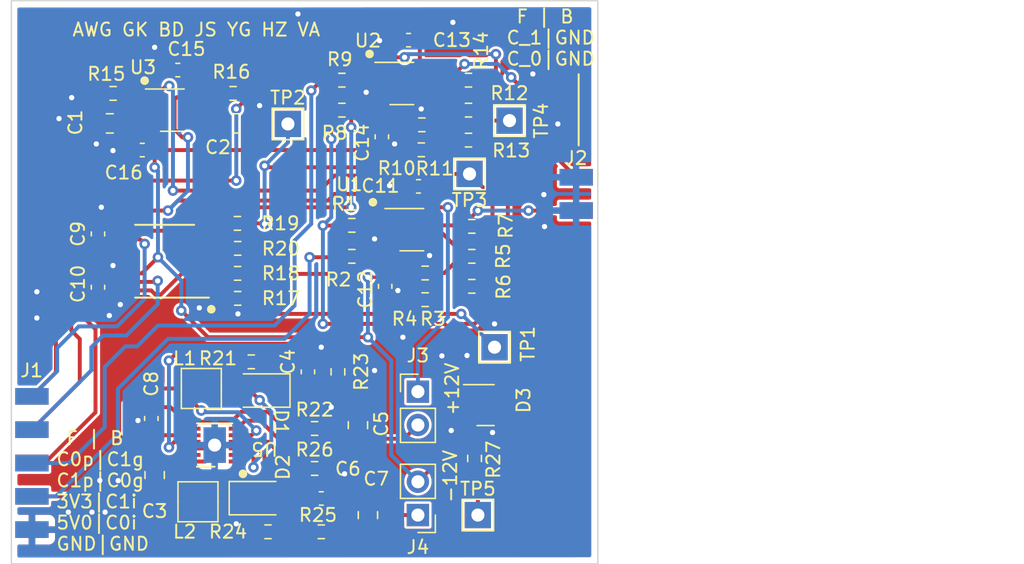
<source format=kicad_pcb>
(kicad_pcb (version 20221018) (generator pcbnew)
  (layers (0 "F.Cu" signal) (31 "B.Cu" signal) (34 "B.Paste" user) (35 "F.Paste" user) (36 "B.SilkS" user "B.Silkscreen") (37 "F.SilkS" user "F.Silkscreen") (38 "B.Mask" user) (39 "F.Mask" user) (44 "Edge.Cuts" user))
  (net 0 "")
  (net 1 "GND")
  (net 2 "-5V")
  (net 3 "-12V")
  (net 4 "Net-(U3A-+)")
  (net 5 "+5V")
  (net 6 "+12V")
  (net 7 "/C0_OUT_G")
  (net 8 "Net-(C4-Pad1)")
  (net 9 "/C1_OUT_G")
  (net 10 "Net-(U3B-+)")
  (net 11 "Net-(U5-Vfb1)")
  (net 12 "Net-(D1-A)")
  (net 13 "Net-(C6-Pad1)")
  (net 14 "/C0_IN")
  (net 15 "/C0_FB")
  (net 16 "Net-(D2-K)")
  (net 17 "/C0_OUT_GO")
  (net 18 "/C0_PWM_OFF")
  (net 19 "/C1_FB")
  (net 20 "/C0_V_OFF")
  (net 21 "/C1_IN")
  (net 22 "/C1_V_OFF")
  (net 23 "/C1_OUT_GO")
  (net 24 "/C1_PWM_OFF")
  (net 25 "Net-(U5-Vfb2)")
  (net 26 "Net-(D1-K)")
  (net 27 "Net-(D2-A)")
  (net 28 "Net-(U5-Vref)")
  (net 29 "Net-(U1B--)")
  (net 30 "Net-(U4-D1)")
  (net 31 "/C1_S_GAIN")
  (net 32 "+3.3V")
  (net 33 "/C0_S_GAIN")
  (net 34 "Net-(U4-D3)")
  (net 35 "Net-(U4-D2)")
  (net 36 "Net-(U4-D4)")
  (net 38 "Net-(U2B--)")
  (footprint "Capacitor_SMD:C_0805_2012Metric_Pad1.18x1.45mm_HandSolder" (layer "F.Cu") (at 43.435553 59.0275 -90)
    (fp_text reference "C7")
    (fp_text value "10u")
  )
  (footprint "Capacitor_SMD:C_0805_2012Metric_Pad1.18x1.45mm_HandSolder" (layer "F.Cu") (at 27.179553 55.9745 -90)
    (fp_text reference "C3")
    (fp_text value "10u")
  )
  (footprint "Resistor_SMD:R_0603_1608Metric" (layer "F.Cu") (at 33.511 42.504)
    (fp_text reference "R17")
    (fp_text value "1K")
  )
  (footprint "Resistor_SMD:R_0603_1608Metric" (layer "F.Cu") (at 47.799 40.572)
    (fp_text reference "R4")
    (fp_text value "10K")
  )
  (footprint "Resistor_SMD:R_0603_1608Metric" (layer "F.Cu") (at 33.4888 36.789)
    (fp_text reference "R19")
    (fp_text value "1K")
  )
  (footprint "Resistor_SMD:R_0603_1608Metric" (layer "F.Cu") (at 34.545553 47.3435)
    (fp_text reference "R21")
    (fp_text value "110k")
  )
  (footprint "Package_TO_SOT_SMD:SOT-23-8_Handsoldering" (layer "F.Cu") (at 28.528 28.158)
    (fp_text reference "U3")
    (fp_text value "LM2904")
  )
  (footprint "Capacitor_SMD:C_0805_2012Metric_Pad1.18x1.45mm_HandSolder" (layer "F.Cu") (at 33.4125 29.168)
    (fp_text reference "C2")
    (fp_text value "10u")
  )
  (footprint "Resistor_SMD:R_0603_1608Metric" (layer "F.Cu") (at 33.501 40.599 180)
    (fp_text reference "R18")
    (fp_text value "10K")
  )
  (footprint "Resistor_SMD:R_0603_1608Metric" (layer "F.Cu") (at 51.563553 54.7045 -90)
    (fp_text reference "R27")
    (fp_text value "1K")
  )
  (footprint "Resistor_SMD:R_0603_1608Metric" (layer "F.Cu") (at 51.355 37.016 180)
    (fp_text reference "R7")
    (fp_text value "10K")
  )
  (footprint "Capacitor_SMD:C_0603_1608Metric_Pad1.08x0.95mm_HandSolder" (layer "F.Cu") (at 26.925553 51.6615 -90)
    (fp_text reference "C8")
    (fp_text value "100n")
  )
  (footprint "Resistor_SMD:R_0603_1608Metric" (layer "F.Cu") (at 41.149553 48.1055 -90)
    (fp_text reference "R23")
    (fp_text value "10K")
  )
  (footprint "Package_TO_SOT_SMD:SOT-23-8_Handsoldering" (layer "F.Cu") (at 46.022 26.126)
    (fp_text reference "U2")
    (fp_text value "LM2904")
  )
  (footprint "awg_fp_lib:DFN-12" (layer "F.Cu") (at 31.861553 58.0285 180)
    (fp_text reference "U5")
    (fp_text value "r1283")
  )
  (footprint "TestPoint:TestPoint_THTPad_2.0x2.0mm_Drill1.0mm" (layer "F.Cu") (at 54.229 28.956 180)
    (fp_text reference "TP4")
    (fp_text value "TestPoint")
  )
  (footprint "TestPoint:TestPoint_THTPad_2.0x2.0mm_Drill1.0mm" (layer "F.Cu") (at 53.086 46.228)
    (fp_text reference "TP1")
    (fp_text value "TestPoint")
  )
  (footprint "Connector_PinHeader_2.54mm:PinHeader_1x02_P2.54mm_Vertical" (layer "F.Cu") (at 47.245553 49.6145)
    (fp_text reference "J3")
    (fp_text value "01x02")
  )
  (footprint "awg_fp_lib:S14" (layer "F.Cu") (at 36.4805 49.53 180)
    (fp_text reference "D1")
    (fp_text value "S14")
  )
  (footprint "awg_fp_lib:S14" (layer "F.Cu") (at 33.8775 57.7342)
    (fp_text reference "D2")
    (fp_text value "S14")
  )
  (footprint "Capacitor_SMD:C_0603_1608Metric_Pad1.08x0.95mm_HandSolder" (layer "F.Cu") (at 47.291 33.968 180)
    (fp_text reference "C11")
    (fp_text value "100n")
  )
  (footprint "Resistor_SMD:R_0603_1608Metric" (layer "F.Cu") (at 33.1585 26.882 180)
    (fp_text reference "R16")
    (fp_text value "1K")
  )
  (footprint "Resistor_SMD:R_0603_1608Metric" (layer "F.Cu") (at 47.546 29.2755)
    (fp_text reference "R10")
    (fp_text value "10K")
  )
  (footprint "Resistor_SMD:R_0603_1608Metric" (layer "F.Cu") (at 51.355 39.302 180)
    (fp_text reference "R5")
    (fp_text value "3K3")
  )
  (footprint "Capacitor_SMD:C_0603_1608Metric_Pad1.08x0.95mm_HandSolder" (layer "F.Cu") (at 22.86 41.656 90)
    (fp_text reference "C10")
    (fp_text value "100n")
  )
  (footprint "Resistor_SMD:R_0603_1608Metric" (layer "F.Cu") (at 39.371553 52.4235)
    (fp_text reference "R22")
    (fp_text value "1K")
  )
  (footprint "awg_fp_lib:NRH2410" (layer "F.Cu") (at 29.973553 49.3755)
    (fp_text reference "L1")
    (fp_text value "4.7u")
  )
  (footprint "Package_TO_SOT_SMD:SOT-23" (layer "F.Cu") (at 52.404053 50.6405)
    (fp_text reference "D3")
    (fp_text value "LM4040-5")
  )
  (footprint "Resistor_SMD:R_0603_1608Metric" (layer "F.Cu") (at 39.879553 60.2975)
    (fp_text reference "R25")
    (fp_text value "1K")
  )
  (footprint "Capacitor_SMD:C_0805_2012Metric_Pad1.18x1.45mm_HandSolder" (layer "F.Cu") (at 42.673553 52.1695 90)
    (fp_text reference "C5")
    (fp_text value "10u")
  )
  (footprint "awg_fp_lib:2x02" (layer "F.Cu") (at 59.309 30.48)
    (fp_text reference "J2")
    (fp_text value "02x02")
  )
  (footprint "TestPoint:TestPoint_THTPad_2.0x2.0mm_Drill1.0mm" (layer "F.Cu") (at 51.181 33.02 180)
    (fp_text reference "TP3")
    (fp_text value "TestPoint")
  )
  (footprint "Capacitor_SMD:C_0603_1608Metric_Pad1.08x0.95mm_HandSolder" (layer "F.Cu") (at 39.879553 57.7575 180)
    (fp_text reference "C6")
    (fp_text value "120p")
  )
  (footprint "Resistor_SMD:R_0603_1608Metric" (layer "F.Cu") (at 51.102 25.872 180)
    (fp_text reference "R14")
    (fp_text value "10K")
  )
  (footprint "Resistor_SMD:R_0603_1608Metric" (layer "F.Cu") (at 39.371553 55.4715)
    (fp_text reference "R26")
    (fp_text value "10K")
  )
  (footprint "Capacitor_SMD:C_0603_1608Metric_Pad1.08x0.95mm_HandSolder" (layer "F.Cu") (at 44.498 30.19 90)
    (fp_text reference "C14")
    (fp_text value "100n")
  )
  (footprint "Capacitor_SMD:C_0603_1608Metric_Pad1.08x0.95mm_HandSolder" (layer "F.Cu") (at 46.53 22.824 180)
    (fp_text reference "C13")
    (fp_text value "100n")
  )
  (footprint "Resistor_SMD:R_0603_1608Metric" (layer "F.Cu") (at 41.45 28.158)
    (fp_text reference "R8")
    (fp_text value "10K")
  )
  (footprint "Resistor_SMD:R_0603_1608Metric" (layer "F.Cu") (at 47.5085 31.1805)
    (fp_text reference "R11")
    (fp_text value "10K")
  )
  (footprint "TestPoint:TestPoint_THTPad_2.0x2.0mm_Drill1.0mm" (layer "F.Cu") (at 51.817553 59.0225)
    (fp_text reference "TP5")
    (fp_text value "TestPoint")
  )
  (footprint "Resistor_SMD:R_0603_1608Metric" (layer "F.Cu") (at 33.511 38.694)
    (fp_text reference "R20")
    (fp_text value "10K")
  )
  (footprint "Package_TO_SOT_SMD:SOT-23-8_Handsoldering" (layer "F.Cu") (at 46.783 37.27)
    (fp_text reference "U1")
    (fp_text value "LM2904")
  )
  (footprint "Connector_PinHeader_2.54mm:PinHeader_1x02_P2.54mm_Vertical" (layer "F.Cu") (at 47.245553 59.0225 180)
    (fp_text reference "J4")
    (fp_text value "01x02")
  )
  (footprint "Capacitor_SMD:C_0603_1608Metric_Pad1.08x0.95mm_HandSolder" (layer "F.Cu") (at 38.863553 48.1055 90)
    (fp_text reference "C4")
    (fp_text value "120p")
  )
  (footprint "Resistor_SMD:R_0603_1608Metric" (layer "F.Cu") (at 51.102 30.444)
    (fp_text reference "R13")
    (fp_text value "10K")
  )
  (footprint "Resistor_SMD:R_0603_1608Metric" (layer "F.Cu") (at 35.815553 60.2975)
    (fp_text reference "R24")
    (fp_text value "100k")
  )
  (footprint "Capacitor_SMD:C_0603_1608Metric_Pad1.08x0.95mm_HandSolder" (layer "F.Cu") (at 22.86 37.592 -90)
    (fp_text reference "C9")
    (fp_text value "100n")
  )
  (footprint "TestPoint:TestPoint_THTPad_2.0x2.0mm_Drill1.0mm" (layer "F.Cu") (at 37.338 29.21)
    (fp_text reference "TP2")
    (fp_text value "TestPoint")
  )
  (footprint "Resistor_SMD:R_0603_1608Metric" (layer "F.Cu") (at 47.799 42.604 180)
    (fp_text reference "R3")
    (fp_text value "10K")
  )
  (footprint "Resistor_SMD:R_0603_1608Metric" (layer "F.Cu") (at 51.355 41.588)
    (fp_text reference "R6")
    (fp_text value "10K")
  )
  (footprint "Resistor_SMD:R_0603_1608Metric" (layer "F.Cu") (at 51.102 28.158 180)
    (fp_text reference "R12")
    (fp_text value "3K3")
  )
  (footprint "Capacitor_SMD:C_0603_1608Metric_Pad1.08x0.95mm_HandSolder" (layer "F.Cu") (at 44.751 41.588 90)
    (fp_text reference "C12")
    (fp_text value "100n")
  )
  (footprint "Resistor_SMD:R_0603_1608Metric" (layer "F.Cu") (at 42.211 36.938)
    (fp_text reference "R1")
    (fp_text value "10K")
  )
  (footprint "Capacitor_SMD:C_0603_1608Metric_Pad1.08x0.95mm_HandSolder" (layer "F.Cu") (at 26.2365 31.2)
    (fp_text reference "C16")
    (fp_text value "100n")
  )
  (footprint "Capacitor_SMD:C_0805_2012Metric_Pad1.18x1.45mm_HandSolder" (layer "F.Cu") (at 23.7605 29.168 180)
    (fp_text reference "C1")
    (fp_text value "10u")
  )
  (footprint "Package_SO:TSSOP-16-1EP_4.4x5mm_P0.65mm" (layer "F.Cu") (at 27.94 39.624 180)
    (fp_text reference "U4" hide)
    (fp_text value "DG403")
  )
  (footprint "Capacitor_SMD:C_0603_1608Metric_Pad1.08x0.95mm_HandSolder" (layer "F.Cu") (at 28.941 25.104 180)
    (fp_text reference "C15")
    (fp_text value "100n")
  )
  (footprint "awg_fp_lib:NRH2410" (layer "F.Cu") (at 31.243553 58.0115 180)
    (fp_text reference "L2")
    (fp_text value "4.7u")
  )
  (footprint "Resistor_SMD:R_0603_1608Metric" (layer "F.Cu") (at 41.45 25.872)
    (fp_text reference "R9")
    (fp_text value "3K3")
  )
  (footprint "Resistor_SMD:R_0603_1608Metric" (layer "F.Cu") (at 42.211 39.302)
    (fp_text reference "R2")
    (fp_text value "3K3")
  )
  (footprint "Resistor_SMD:R_0603_1608Metric" (layer "F.Cu") (at 24.0145 26.882)
    (fp_text reference "R15")
    (fp_text value "1K")
  )
  (footprint "awg_fp_lib:2x05" (layer "F.Cu") (at 17.825 47.165)
    (fp_text reference "J1")
    (fp_text value "02x05")
  )
  (gr_circle (center 33.909 55.88) (end 34.163 55.88) (stroke (width 0.15)) (fill solid) (layer "F.SilkS"))
  (gr_circle (center 26.416 25.908) (end 26.67 25.908) (stroke (width 0.15)) (fill solid) (layer "F.SilkS"))
  (gr_line (start 59.5 25.425) (end 59.5 30.846) (stroke (width 0.15)) (layer "F.SilkS"))
  (gr_circle (center 43.561 23.876) (end 43.815 23.876) (stroke (width 0.15)) (fill solid) (layer "F.SilkS"))
  (gr_circle (center 31.496 43.3324) (end 31.75 43.3324) (stroke (width 0.15)) (fill solid) (layer "F.SilkS"))
  (gr_circle (center 43.815 35.179) (end 44.069 35.179) (stroke (width 0.15)) (fill solid) (layer "F.SilkS"))
  (gr_rect (start 16.259 19.812) (end 60.96 62.738) (stroke (width 0.1)) (fill none) (layer "Edge.Cuts"))
  (gr_text " F | B\nC0p|C1g\nC1p|C0g\n3V3|C1i\n5V0|C0i\nGND|GND" (at 19.6 61.8) (layer "F.SilkS") (effects (font (size 1 1)) (justify left bottom)))
  (gr_text " F | B\nC_1|GND\nC_0|GND" (at 53.91 24.83) (layer "F.SilkS") (effects (font (size 1 1)) (justify left bottom)))
  (gr_text "+12V" (at 50.4444 51.5112 90) (layer "F.SilkS") (effects (font (size 1 1)) (justify left bottom)))
  (gr_text "AWG GK BD JS YG HZ VA" (at 20.828 22.606) (layer "F.SilkS") (effects (font (size 1 1)) (justify left bottom)))
  (gr_text "-12V" (at 50.292 58.166 90) (layer "F.SilkS") (effects (font (size 1 1)) (justify left bottom)))
  (segment (start 51.4805 49.6905) (end 51.51 49.72) (width 0.3) (layer "F.Cu") (net 1))
  (segment (start 22.86 42.5185) (end 22.86 42.9514) (width 0.3) (layer "F.Cu") (net 1))
  (segment (start 45.6675 22.824) (end 44.359 22.824) (width 0.3) (layer "F.Cu") (net 1))
  (segment (start 24.059 39.949) (end 24.003 40.005) (width 0.3) (layer "F.Cu") (net 1))
  (segment (start 45.1475 31.0525) (end 45.466 30.734) (width 0.3) (layer "F.Cu") (net 1))
  (segment (start 34.45 29.168) (end 34.45 28.542) (width 0.3) (layer "F.Cu") (net 1))
  (segment (start 30.976553 54.9385) (end 31.751553 54.1635) (width 0.3) (layer "F.Cu") (net 1))
  (segment (start 22.723 29.168) (end 22.723 30.724) (width 0.3) (layer "F.Cu") (net 1))
  (segment (start 44.751 42.4505) (end 45.1795 42.4505) (width 0.3) (layer "F.Cu") (net 1))
  (segment (start 45.144 33.968) (end 45.085 33.909) (width 0.3) (layer "F.Cu") (net 1))
  (segment (start 30.026553 54.9385) (end 31.026553 54.9385) (width 0.3) (layer "F.Cu") (net 1))
  (segment (start 24.045 31.2) (end 24.003 31.242) (width 0.3) (layer "F.Cu") (net 1))
  (segment (start 47.372 27.106) (end 47.372 27.941) (width 0.3) (layer "F.Cu") (net 1))
  (segment (start 31.026553 54.9385) (end 31.751553 54.2135) (width 0.3) (layer "F.Cu") (net 1))
  (segment (start 22.86 36.7295) (end 22.86 35.814) (width 0.3) (layer "F.Cu") (net 1))
  (segment (start 43.64283 26.456) (end 43.302642 26.796188) (width 0.3) (layer "F.Cu") (net 1))
  (segment (start 30.026553 54.9385) (end 30.976553 54.9385) (width 0.3) (layer "F.Cu") (net 1))
  (segment (start 47.372 27.941) (end 47.498 28.067) (width 0.3) (layer "F.Cu") (net 1))
  (segment (start 22.86 35.814) (end 23.114 35.56) (width 0.3) (layer "F.Cu") (net 1))
  (segment (start 34.45 28.542) (end 35.179 27.813) (width 0.3) (layer "F.Cu") (net 1))
  (segment (start 24.1035 42.5185) (end 24.5618 42.9768) (width 0.3) (layer "F.Cu") (net 1))
  (segment (start 25.374 31.2) (end 24.045 31.2) (width 0.3) (layer "F.Cu") (net 1))
  (segment (start 48.133 38.25) (end 48.133 39.243) (width 0.3) (layer "F.Cu") (net 1))
  (segment (start 45.433 37.6) (end 44.315 37.6) (width 0.3) (layer "F.Cu") (net 1))
  (segment (start 45.1795 42.4505) (end 45.72 41.91) (width 0.3) (layer "F.Cu") (net 1))
  (segment (start 44.672 26.456) (end 43.64283 26.456) (width 0.3) (layer "F.Cu") (net 1))
  (segment (start 44.315 37.6) (end 43.942 37.973) (width 0.3) (layer "F.Cu") (net 1))
  (segment (start 44.359 22.824) (end 44.323 22.86) (width 0.3) (layer "F.Cu") (net 1))
  (segment (start 44.498 31.0525) (end 45.1475 31.0525) (width 0.3) (layer "F.Cu") (net 1))
  (segment (start 46.4285 33.968) (end 45.144 33.968) (width 0.3) (layer "F.Cu") (net 1))
  (segment (start 26.616 52.524) (end 25.908 51.816) (width 0.25) (layer "F.Cu") (net 1))
  (segment (start 22.86 42.9514) (end 23.7236 43.815) (width 0.3) (layer "F.Cu") (net 1))
  (segment (start 22.723 30.724) (end 22.733 30.734) (width 0.3) (layer "F.Cu") (net 1))
  (segment (start 51.466553 49.6905) (end 51.4805 49.6905) (width 0.3) (layer "F.Cu") (net 1))
  (segment (start 25.165 39.949) (end 24.059 39.949) (width 0.3) (layer "F.Cu") (net 1))
  (segment (start 22.86 42.5185) (end 24.1035 42.5185) (width 0.3) (layer "F.Cu") (net 1))
  (segment (start 30.026553 53.9385) (end 31.501553 53.9385) (width 0.3) (layer "F.Cu") (net 1))
  (via (at 30.5816 43.2308) (size 0.8) (drill 0.4) (layers "F.Cu" "B.Cu") (net 1))
  (via (at 24.003 40.005) (size 0.8) (drill 0.4) (layers "F.Cu" "B.Cu") (net 1))
  (via (at 46.101 45.466) (size 0.8) (drill 0.4) (layers "F.Cu" "B.Cu") (net 1))
  (via (at 49.784 52.578) (size 0.8) (drill 0.4) (layers "F.Cu" "B.Cu") (net 1))
  (via (at 56.007 25.4) (size 0.8) (drill 0.4) (layers "F.Cu" "B.Cu") (net 1))
  (via (at 48.133 39.243) (size 0.8) (drill 0.4) (layers "F.Cu" "B.Cu") (net 1))
  (via (at 38.1 20.828) (size 0.8) (drill 0.4) (layers "F.Cu" "B.Cu") (net 1))
  (via (at 18.2 44) (size 0.8) (drill 0.4) (layers "F.Cu" "B.Cu") (net 1))
  (via (at 22.4 58.8) (size 0.8) (drill 0.4) (layers "F.Cu" "B.Cu") (net 1))
  (via (at 39.878 46.228) (size 0.8) (drill 0.4) (layers "F.Cu" "B.Cu") (net 1))
  (via (at 43.942 37.973) (size 0.8) (drill 0.4) (layers "F.Cu" "B.Cu") (net 1))
  (via (at 27.178 23.368) (size 0.8) (drill 0.4) (layers "F.Cu" "B.Cu") (net 1))
  (via (at 50.99 46.86) (size 0.8) (drill 0.4) (layers "F.Cu" "B.Cu") (net 1))
  (via (at 49.911 21.463) (size 0.8) (drill 0.4) (layers "F.Cu" "B.Cu") (net 1))
  (via (at 52.9336 52.7304) (size 0.8) (drill 0.4) (layers "F.Cu" "B.Cu") (net 1))
  (via (at 57.912 29.21) (size 0.8) (drill 0.4) (layers "F.Cu" "B.Cu") (net 1))
  (via (at 24.003 31.242) (size 0.8) (drill 0.4) (layers "F.Cu" "B.Cu") (net 1))
  (via (at 19.8882 28.8036) (size 0.8) (drill 0.4) (layers "F.Cu" "B.Cu") (net 1))
  (via (at 23.7236 43.815) (size 0.8) (drill 0.4) (layers "F.Cu" "B.Cu") (net 1))
  (via (at 47.498 28.067) (size 0.8) (drill 0.4) (layers "F.Cu" "B.Cu") (net 1))
  (via (at 43.942 48.006) (size 0.8) (drill 0.4) (layers "F.Cu" "B.Cu") (net 1))
  (via (at 43.302642 26.796188) (size 0.8) (drill 0.4) (layers "F.Cu" "B.Cu") (net 1))
  (via (at 40.64 50.8) (size 0.8) (drill 0.4) (layers "F.Cu" "B.Cu") (net 1))
  (via (at 45.72 41.91) (size 0.8) (drill 0.4) (layers "F.Cu" "B.Cu") (net 1))
  (via (at 41.656 55.88) (size 0.8) (drill 0.4) (layers "F.Cu" "B.Cu") (net 1))
  (via (at 20.8534 27.2034) (size 0.8) (drill 0.4) (layers "F.Cu" "B.Cu") (net 1))
  (via (at 44.323 22.86) (size 0.8) (drill 0.4) (layers "F.Cu" "B.Cu") (net 1))
  (via (at 53.086 44.45) (size 0.8) (drill 0.4) (layers "F.Cu" "B.Cu") (net 1))
  (via (at 20.6 58.8) (size 0.8) (drill 0.4) (layers "F.Cu" "B.Cu") (net 1))
  (via (at 24.5618 42.9768) (size 0.8) (drill 0.4) (layers "F.Cu" "B.Cu") (net 1))
  (via (at 24.4 56.4) (size 0.8) (drill 0.4) (layers "F.Cu" "B.Cu") (net 1))
  (via (at 18.2 42) (size 0.8) (drill 0.4) (layers "F.Cu" "B.Cu") (net 1))
  (via (at 56.8452 34.5948) (size 0.8) (drill 0.4) (layers "F.Cu" "B.Cu") (net 1))
  (via (at 35.179 27.813) (size 0.8) (drill 0.4) (layers "F.Cu" "B.Cu") (net 1))
  (via (at 23.4 58.8) (size 0.8) (drill 0.4) (layers "F.Cu" "B.Cu") (net 1))
  (via (at 49.0728 46.8884) (size 0.8) (drill 0.4) (layers "F.Cu" "B.Cu") (net 1))
  (via (at 45.085 33.909) (size 0.8) (drill 0.4) (layers "F.Cu" "B.Cu") (net 1))
  (via (at 45.466 30.734) (size 0.8) (drill 0.4) (layers "F.Cu" "B.Cu") (net 1))
  (via (at 23 56.388) (size 0.8) (drill 0.4) (layers "F.Cu" "B.Cu") (net 1))
  (via (at 56.896 37.0332) (size 0.8) (drill 0.4) (layers "F.Cu" "B.Cu") (net 1))
  (via (at 33.528 43.688) (size 0.8) (drill 0.4) (layers "F.Cu" "B.Cu") (net 1))
  (via (at 22.733 30.734) (size 0.8) (drill 0.4) (layers "F.Cu" "B.Cu") (net 1))
  (via (at 25.908 51.816) (size 0.8) (drill 0.4) (layers "F.Cu" "B.Cu") (net 1))
  (via (at 23.114 35.56) (size 0.8) (drill 0.4) (layers "F.Cu" "B.Cu") (net 1))
  (via (at 33.401 59.69) (size 0.8) (drill 0.4) (layers "F.Cu" "B.Cu") (net 1))
  (segment (start 49.1012 46.86) (end 49.0728 46.8884) (width 0.3) (layer "B.Cu") (net 1))
  (segment (start 50.038 45.212) (end 50.8 44.45) (width 0.3) (layer "F.Cu") (net 2))
  (segment (start 52.833553 56.143) (end 52.833553 55.149501) (width 0.3) (layer "F.Cu") (net 2))
  (segment (start 50.038 45.212) (end 49.276 44.45) (width 0.3) (layer "F.Cu") (net 2))
  (segment (start 51.563553 53.8795) (end 51.563553 51.6875) (width 0.3) (layer "F.Cu") (net 2))
  (segment (start 51.562 44.45) (end 50.927 44.45) (width 0.3) (layer "F.Cu") (net 2))
  (segment (start 52.07 41.698) (end 52.07 43.942) (width 0.3) (layer "F.Cu") (net 2))
  (segment (start 49.276 44.45) (end 40.005 44.45) (width 0.3) (layer "F.Cu") (net 2))
  (segment (start 52.07 43.942) (end 51.562 44.45) (width 0.3) (layer "F.Cu") (net 2))
  (segment (start 50.8 44.45) (end 50.927 44.45) (width 0.3) (layer "F.Cu") (net 2))
  (segment (start 54.102 39.666) (end 54.102 32.619) (width 0.3) (layer "F.Cu") (net 2))
  (segment (start 40.005 36.957) (end 41.367 36.957) (width 0.3) (layer "F.Cu") (net 2))
  (segment (start 40.625 28.158) (end 40.625 30.338) (width 0.3) (layer "F.Cu") (net 2))
  (segment (start 40.625 30.338) (end 40.64 30.353) (width 0.3) (layer "F.Cu") (net 2))
  (segment (start 54.102 32.619) (end 51.927 30.444) (width 0.3) (layer "F.Cu") (net 2))
  (segment (start 50.038 50.161947) (end 50.038 45.212) (width 0.3) (layer "F.Cu") (net 2))
  (segment (start 51.563553 53.8795) (end 52.833553 55.149501) (width 0.3) (layer "F.Cu") (net 2))
  (segment (start 52.18 41.588) (end 54.102 39.666) (width 0.3) (layer "F.Cu") (net 2))
  (segment (start 52.833553 56.143) (end 51.817553 57.159) (width 0.3) (layer "F.Cu") (net 2))
  (segment (start 51.817553 57.159) (end 51.817553 59.0225) (width 0.3) (layer "F.Cu") (net 2))
  (segment (start 51.466553 51.5905) (end 50.038 50.161947) (width 0.3) (layer "F.Cu") (net 2))
  (via (at 40.005 36.957) (size 0.8) (drill 0.4) (layers "F.Cu" "B.Cu") (net 2))
  (via (at 40.005 44.45) (size 0.8) (drill 0.4) (layers "F.Cu" "B.Cu") (net 2))
  (via (at 40.64 30.353) (size 0.8) (drill 0.4) (layers "F.Cu" "B.Cu") (net 2))
  (segment (start 40.64 36.322) (end 40.005 36.957) (width 0.3) (layer "B.Cu") (net 2))
  (segment (start 40.005 36.957) (end 40.005 44.45) (width 0.3) (layer "B.Cu") (net 2))
  (segment (start 40.64 30.353) (end 40.64 36.322) (width 0.3) (layer "B.Cu") (net 2))
  (segment (start 45.433 40.0435) (end 44.751 40.7255) (width 0.25) (layer "F.Cu") (net 3))
  (segment (start 27.178 32.512) (end 27.178 31.279) (width 0.3) (layer "F.Cu") (net 3))
  (segment (start 51.563553 55.5295) (end 48.198553 55.5295) (width 0.3) (layer "F.Cu") (net 3))
  (segment (start 23.0545 40.599) (end 23.537046 40.599) (width 0.3) (layer "F.Cu") (net 3))
  (segment (start 43.434 40.894) (end 44.5825 40.894) (width 0.25) (layer "F.Cu") (net 3))
  (segment (start 44.672 27.106) (end 44.672 29.1535) (width 0.3) (layer "F.Cu") (net 3))
  (segment (start 27.099 31.2) (end 42.6255 31.2) (width 0.3) (layer "F.Cu") (net 3))
  (segment (start 48.198553 55.5295) (end 47.245553 56.4825) (width 0.3) (layer "F.Cu") (net 3))
  (segment (start 23.537046 40.599) (end 23.692546 40.7545) (width 0.3) (layer "F.Cu") (net 3))
  (segment (start 45.433 38.25) (end 45.433 40.0435) (width 0.25) (layer "F.Cu") (net 3))
  (segment (start 27.099 29.217) (end 27.178 29.138) (width 0.3) (layer "F.Cu") (net 3))
  (segment (start 29.21 43.434) (end 31.242 45.466) (width 0.3) (layer "F.Cu") (net 3))
  (segment (start 27.099 31.2) (end 27.099 29.217) (width 0.3) (layer "F.Cu") (net 3))
  (segment (start 23.692546 40.7545) (end 24.313454 40.7545) (width 0.3) (layer "F.Cu") (net 3))
  (segment (start 24.313454 40.7545) (end 24.468954 40.599) (width 0.3) (layer "F.Cu") (net 3))
  (segment (start 25.165 40.599) (end 26.203 40.599) (width 0.3) (layer "F.Cu") (net 3))
  (segment (start 24.468954 40.599) (end 25.165 40.599) (width 0.3) (layer "F.Cu") (net 3))
  (segment (start 26.203 40.599) (end 27.432 39.37) (width 0.3) (layer "F.Cu") (net 3))
  (segment (start 31.242 45.466) (end 43.434 45.466) (width 0.3) (layer "F.Cu") (net 3))
  (segment (start 42.6255 31.2) (end 44.498 29.3275) (width 0.3) (layer "F.Cu") (net 3))
  (via (at 27.178 32.512) (size 0.8) (drill 0.4) (layers "F.Cu" "B.Cu") (net 3))
  (via (at 43.434 40.894) (size 0.8) (drill 0.4) (layers "F.Cu" "B.Cu") (net 3))
  (via (at 43.434 45.466) (size 0.8) (drill 0.4) (layers "F.Cu" "B.Cu") (net 3))
  (via (at 29.21 43.434) (size 0.8) (drill 0.4) (layers "F.Cu" "B.Cu") (net 3))
  (via (at 27.432 39.37) (size 0.8) (drill 0.4) (layers "F.Cu" "B.Cu") (net 3))
  (segment (start 45.212 47.244) (end 45.212 54.448947) (width 0.3) (layer "B.Cu") (net 3))
  (segment (start 45.212 54.448947) (end 47.245553 56.4825) (width 0.3) (layer "B.Cu") (net 3))
  (segment (start 27.432 39.37) (end 27.432 32.766) (width 0.3) (layer "B.Cu") (net 3))
  (segment (start 29.21 41.148) (end 29.21 43.434) (width 0.3) (layer "B.Cu") (net 3))
  (segment (start 43.434 45.466) (end 43.434 40.894) (width 0.3) (layer "B.Cu") (net 3))
  (segment (start 27.432 39.37) (end 29.21 41.148) (width 0.3) (layer "B.Cu") (net 3))
  (segment (start 43.434 45.466) (end 45.212 47.244) (width 0.3) (layer "B.Cu") (net 3))
  (segment (start 27.432 32.766) (end 27.178 32.512) (width 0.3) (layer "B.Cu") (net 3))
  (segment (start 27.178 28.488) (end 25.478 28.488) (width 0.3) (layer "F.Cu") (net 4))
  (segment (start 25.478 28.488) (end 24.798 29.168) (width 0.3) (layer "F.Cu") (net 4))
  (segment (start 24.8395 26.882) (end 24.8395 29.1265) (width 0.3) (layer "F.Cu") (net 4))
  (segment (start 34.5645 52.9385) (end 34.925 52.578) (width 0.3) (layer "F.Cu") (net 5))
  (segment (start 21.3945 57.595) (end 17.825 57.595) (width 0.3) (layer "F.Cu") (net 5))
  (segment (start 21.4 57.6005) (end 24.516053 57.6005) (width 0.3) (layer "F.Cu") (net 5))
  (segment (start 29.973553 50.293553) (end 30.734 51.054) (width 0.3) (layer "F.Cu") (net 5))
  (segment (start 27.179553 54.937) (end 28.393007 54.937) (width 0.3) (layer "F.Cu") (net 5))
  (segment (start 26.163553 49.3755) (end 24.980053 50.559) (width 0.3) (layer "F.Cu") (net 5))
  (segment (start 24.980053 50.559) (end 24.980053 52.7375) (width 0.3) (layer "F.Cu") (net 5))
  (segment (start 28.393007 54.937) (end 28.891507 54.4385) (width 0.3) (layer "F.Cu") (net 5))
  (segment (start 30.026553 52.9385) (end 27.890599 52.9385) (width 0.3) (layer "F.Cu") (net 5))
  (segment (start 27.179553 53.649546) (end 27.179553 54.937) (width 0.3) (layer "F.Cu") (net 5))
  (segment (start 24.516053 57.6005) (end 27.179553 54.937) (width 0.3) (layer "F.Cu") (net 5))
  (segment (start 27.890599 52.9385) (end 27.179553 53.649546) (width 0.3) (layer "F.Cu") (net 5))
  (segment (start 29.973553 49.3755) (end 29.973553 50.293553) (width 0.3) (layer "F.Cu") (net 5))
  (segment (start 33.476553 52.9385) (end 34.5645 52.9385) (width 0.3) (layer "F.Cu") (net 5))
  (segment (start 26.163553 49.3755) (end 29.973553 49.3755) (width 0.3) (layer "F.Cu") (net 5))
  (segment (start 24.980053 52.7375) (end 27.179553 54.937) (width 0.3) (layer "F.Cu") (net 5))
  (segment (start 21.4 57.6005) (end 21.3945 57.595) (width 0.3) (layer "F.Cu") (net 5))
  (segment (start 28.891507 54.4385) (end 30.026553 54.4385) (width 0.3) (layer "F.Cu") (net 5))
  (via (at 34.925 52.578) (size 0.8) (drill 0.4) (layers "F.Cu" "B.Cu") (net 5))
  (via (at 30.734 51.054) (size 0.8) (drill 0.4) (layers "F.Cu" "B.Cu") (net 5))
  (segment (start 34.925 52.578) (end 33.528 51.181) (width 0.3) (layer "B.Cu") (net 5))
  (segment (start 33.528 51.181) (end 30.861 51.181) (width 0.3) (layer "B.Cu") (net 5))
  (segment (start 30.861 51.181) (end 30.734 51.054) (width 0.3) (layer "B.Cu") (net 5))
  (segment (start 46.4125 21.844) (end 33.0635 21.844) (width 0.3) (layer "F.Cu") (net 6))
  (segment (start 28.956 35.052) (end 39.37 35.052) (width 0.3) (layer "F.Cu") (net 6))
  (segment (start 29.8035 25.104) (end 29.8035 27.1035) (width 0.3) (layer "F.Cu") (net 6))
  (segment (start 48.133 36.29) (end 48.133 33.9885) (width 0.3) (layer "F.Cu") (net 6))
  (segment (start 29.286 30.226) (end 29.718 30.226) (width 0.3) (layer "F.Cu") (net 6))
  (segment (start 39.37 35.052) (end 40.132 35.052) (width 0.3) (layer "F.Cu") (net 6))
  (segment (start 28.956 35.052) (end 29.718 35.052) (width 0.3) (layer "F.Cu") (net 6))
  (segment (start 23.0545 38.649) (end 25.165 38.649) (width 0.3) (layer "F.Cu") (net 6))
  (segment (start 44.196 34.544) (end 44.704 35.052) (width 0.3) (layer "F.Cu") (net 6))
  (segment (start 28.194 35.814) (end 28.956 35.052) (width 0.3) (layer "F.Cu") (net 6))
  (segment (start 40.132 35.052) (end 40.386 35.052) (width 0.3) (layer "F.Cu") (net 6))
  (segment (start 49.53 35.56) (end 48.863 35.56) (width 0.3) (layer "F.Cu") (net 6))
  (segment (start 28.194 35.814) (end 25.3 35.814) (width 0.3) (layer "F.Cu") (net 6))
  (segment (start 28.702 29.642) (end 29.286 30.226) (width 0.3) (layer "F.Cu") (net 6))
  (segment (start 40.894 34.544) (end 44.196 34.544) (width 0.3) (layer "F.Cu") (net 6))
  (segment (start 29.878 27.178) (end 28.848 27.178) (width 0.3) (layer "F.Cu") (net 6))
  (segment (start 33.0635 21.844) (end 29.8035 25.104) (width 0.3) (layer "F.Cu") (net 6))
  (segment (start 29.8035 27.1035) (end 29.878 27.178) (width 0.3) (layer "F.Cu") (net 6))
  (segment (start 40.386 35.052) (end 40.894 34.544) (width 0.3) (layer "F.Cu") (net 6))
  (segment (start 47.3925 22.824) (end 47.3925 25.1255) (width 0.3) (layer "F.Cu") (net 6))
  (segment (start 44.704 35.052) (end 47.0695 35.052) (width 0.3) (layer "F.Cu") (net 6))
  (segment (start 47.3925 22.824) (end 46.4125 21.844) (width 0.3) (layer "F.Cu") (net 6))
  (segment (start 28.702 27.324) (end 28.702 29.642) (width 0.3) (layer "F.Cu") (net 6))
  (segment (start 29.718 35.052) (end 40.386 35.052) (width 0.25) (layer "F.Cu") (net 6))
  (segment (start 28.848 27.178) (end 28.702 27.324) (width 0.3) (layer "F.Cu") (net 6))
  (segment (start 47.0695 35.052) (end 48.1535 33.968) (width 0.3) (layer "F.Cu") (net 6))
  (segment (start 25.3 35.814) (end 22.86 38.254) (width 0.3) (layer "F.Cu") (net 6))
  (segment (start 48.863 35.56) (end 48.133 36.29) (width 0.3) (layer "F.Cu") (net 6))
  (via (at 49.53 35.56) (size 0.8) (drill 0.4) (layers "F.Cu" "B.Cu") (net 6))
  (via (at 29.718 30.226) (size 0.8) (drill 0.4) (layers "F.Cu" "B.Cu") (net 6))
  (via (at 28.194 35.814) (size 0.8) (drill 0.4) (layers "F.Cu" "B.Cu") (net 6))
  (segment (start 49.53 43.942) (end 49.53 35.56) (width 0.3) (layer "B.Cu") (net 6))
  (segment (start 29.718 30.226) (end 29.718 34.29) (width 0.3) (layer "B.Cu") (net 6))
  (segment (start 29.718 34.29) (end 28.194 35.814) (width 0.3) (layer "B.Cu") (net 6))
  (segment (start 47.245553 49.6145) (end 47.245553 46.226447) (width 0.3) (layer "B.Cu") (net 6))
  (segment (start 47.245553 46.226447) (end 49.53 43.942) (width 0.3) (layer "B.Cu") (net 6))
  (segment (start 50.546 43.688002) (end 48.058002 43.688002) (width 0.3) (layer "F.Cu") (net 7))
  (segment (start 34.336 42.504) (end 34.336 40.609) (width 0.3) (layer "F.Cu") (net 7))
  (segment (start 45.89 43.688) (end 35.52 43.688) (width 0.3) (layer "F.Cu") (net 7))
  (segment (start 45.433 36.29) (end 46.513 36.29) (width 0.3) (layer "F.Cu") (net 7))
  (segment (start 46.736 36.513) (end 46.736 40.334) (width 0.3) (layer "F.Cu") (net 7))
  (segment (start 48.058002 43.688002) (end 46.974 42.604) (width 0.3) (layer "F.Cu") (net 7))
  (segment (start 46.513 36.29) (end 46.736 36.513) (width 0.3) (layer "F.Cu") (net 7))
  (segment (start 35.52 43.688) (end 34.336 42.504) (width 0.3) (layer "F.Cu") (net 7))
  (segment (start 46.974 42.604) (end 45.89 43.688) (width 0.3) (layer "F.Cu") (net 7))
  (segment (start 46.974 42.604) (end 46.974 40.572) (width 0.3) (layer "F.Cu") (net 7))
  (via (at 50.546 43.688002) (size 0.8) (drill 0.4) (layers "F.Cu" "B.Cu") (net 7))
  (segment (start 53.086 46.228) (end 50.546002 43.688002) (width 0.3) (layer "B.Cu") (net 7))
  (segment (start 50.546002 43.688002) (end 50.546 43.688002) (width 0.3) (layer "B.Cu") (net 7))
  (segment (start 38.863553 51.0905) (end 38.863553 48.968) (width 0.3) (layer "F.Cu") (net 8))
  (segment (start 40.196553 52.4235) (end 38.863553 51.0905) (width 0.3) (layer "F.Cu") (net 8))
  (segment (start 35.519 36.789) (end 35.56 36.83) (width 0.3) (layer "F.Cu") (net 9))
  (segment (start 46.6835 31.1805) (end 45.352 32.512) (width 0.3) (layer "F.Cu") (net 9))
  (segment (start 46.6835 31.1805) (end 46.6835 29.313) (width 0.3) (layer "F.Cu") (net 9))
  (segment (start 35.6745 32.512) (end 35.56 32.3975) (width 0.3) (layer "F.Cu") (net 9))
  (segment (start 34.3138 36.789) (end 35.519 36.789) (width 0.3) (layer "F.Cu") (net 9))
  (segment (start 46.022 28.5765) (end 46.022 25.416) (width 0.3) (layer "F.Cu") (net 9))
  (segment (start 34.336 38.694) (end 34.336 36.8112) (width 0.3) (layer "F.Cu") (net 9))
  (segment (start 45.752 25.146) (end 44.672 25.146) (width 0.3) (layer "F.Cu") (net 9))
  (segment (start 46.022 25.416) (end 45.752 25.146) (width 0.3) (layer "F.Cu") (net 9))
  (segment (start 46.721 29.2755) (end 46.022 28.5765) (width 0.3) (layer "F.Cu") (net 9))
  (segment (start 45.352 32.512) (end 35.6745 32.512) (width 0.3) (layer "F.Cu") (net 9))
  (via (at 35.56 32.3975) (size 0.8) (drill 0.4) (layers "F.Cu" "B.Cu") (net 9))
  (via (at 35.56 36.83) (size 0.8) (drill 0.4) (layers "F.Cu" "B.Cu") (net 9))
  (segment (start 37.338 29.21) (end 37.338 30.6195) (width 0.3) (layer "B.Cu") (net 9))
  (segment (start 35.56 36.83) (end 35.56 32.3975) (width 0.3) (layer "B.Cu") (net 9))
  (segment (start 37.338 30.6195) (end 35.56 32.3975) (width 0.3) (layer "B.Cu") (net 9))
  (segment (start 32.3335 26.882) (end 32.3335 29.1265) (width 0.3) (layer "F.Cu") (net 10))
  (segment (start 32.345 29.138) (end 29.878 29.138) (width 0.25) (layer "F.Cu") (net 10))
  (segment (start 40.551053 48.9305) (end 38.863553 47.243) (width 0.3) (layer "F.Cu") (net 11))
  (segment (start 28.269553 47.253) (end 29.004053 46.5185) (width 0.3) (layer "F.Cu") (net 11))
  (segment (start 34.545553 46.5185) (end 29.004053 46.5185) (width 0.3) (layer "F.Cu") (net 11))
  (segment (start 28.688053 53.4385) (end 28.269553 53.857) (width 0.3) (layer "F.Cu") (net 11))
  (segment (start 35.370553 47.3435) (end 38.763053 47.3435) (width 0.3) (layer "F.Cu") (net 11))
  (segment (start 34.545553 46.5185) (end 35.370553 47.3435) (width 0.3) (layer "F.Cu") (net 11))
  (segment (start 41.149553 48.9305) (end 40.551053 48.9305) (width 0.3) (layer "F.Cu") (net 11))
  (segment (start 30.026553 53.4385) (end 28.688053 53.4385) (width 0.3) (layer "F.Cu") (net 11))
  (via (at 28.269553 53.857) (size 0.8) (drill 0.4) (layers "F.Cu" "B.Cu") (net 11))
  (via (at 28.269553 47.253) (size 0.8) (drill 0.4) (layers "F.Cu" "B.Cu") (net 11))
  (segment (start 28.269553 53.857) (end 28.269553 47.253) (width 0.3) (layer "B.Cu") (net 11))
  (segment (start 34.712576 54.674523) (end 34.712576 55.384523) (width 0.3) (layer "F.Cu") (net 12))
  (segment (start 34.476555 54.438502) (end 34.712576 54.674523) (width 0.3) (layer "F.Cu") (net 12))
  (segment (start 34.446053 49.53) (end 35.180553 50.2645) (width 0.3) (layer "F.Cu") (net 12))
  (segment (start 33.476555 54.438502) (end 34.476555 54.438502) (width 0.3) (layer "F.Cu") (net 12))
  (segment (start 33.5805 49.53) (end 34.446053 49.53) (width 0.3) (layer "F.Cu") (net 12))
  (segment (start 33.5805 49.53) (end 31.578053 49.53) (width 0.3) (layer "F.Cu") (net 12))
  (via (at 34.712576 55.384523) (size 0.8) (drill 0.4) (layers "F.Cu" "B.Cu") (net 12))
  (via (at 35.180553 50.2645) (size 0.8) (drill 0.4) (layers "F.Cu" "B.Cu") (net 12))
  (segment (start 34.712576 55.050477) (end 36.069553 53.6935) (width 0.3) (layer "B.Cu") (net 12))
  (segment (start 36.069553 53.6935) (end 36.069553 51.1535) (width 0.3) (layer "B.Cu") (net 12))
  (segment (start 36.069553 51.1535) (end 35.180553 50.2645) (width 0.3) (layer "B.Cu") (net 12))
  (segment (start 34.712576 55.384523) (end 34.712576 55.050477) (width 0.3) (layer "B.Cu") (net 12))
  (segment (start 40.704553 60.2975) (end 40.704553 57.795) (width 0.3) (layer "F.Cu") (net 13))
  (segment (start 38.989 39.37) (end 41.318 39.37) (width 0.3) (layer "F.Cu") (net 14))
  (via (at 38.989 39.37) (size 0.8) (drill 0.4) (layers "F.Cu" "B.Cu") (net 14))
  (segment (start 19.657054 57.595) (end 19.726027 57.526027) (width 0.3) (layer "B.Cu") (net 14))
  (segment (start 28.194 45.593) (end 24.384 49.403) (width 0.3) (layer "B.Cu") (net 14))
  (segment (start 24.384 52.832) (end 24.402027 52.850027) (width 0.3) (layer "B.Cu") (net 14))
  (segment (start 38.989 39.37) (end 38.989 43.688) (width 0.3) (layer "B.Cu") (net 14))
  (segment (start 37.084 45.593) (end 28.194 45.593) (width 0.3) (layer "B.Cu") (net 14))
  (segment (start 17.825 57.595) (end 19.657054 57.595) (width 0.3) (layer "B.Cu") (net 14))
  (segment (start 24.384 49.403) (end 24.384 52.832) (width 0.3) (layer "B.Cu") (net 14))
  (segment (start 24.402027 52.850027) (end 19.726027 57.526027) (width 0.3) (layer "B.Cu") (net 14))
  (segment (start 38.989 43.688) (end 37.084 45.593) (width 0.3) (layer "B.Cu") (net 14))
  (segment (start 27.6492 42.2148) (end 29.915 39.949) (width 0.3) (layer "F.Cu") (net 15))
  (segment (start 37.338 40.64) (end 36.322 39.624) (width 0.3) (layer "F.Cu") (net 15))
  (segment (start 31.515 39.949) (end 30.715 39.949) (width 0.3) (layer "F.Cu") (net 15))
  (segment (start 45.433 36.94) (end 43.038 36.94) (width 0.3) (layer "F.Cu") (net 15))
  (segment (start 27.2288 42.2148) (end 27.6492 42.2148) (width 0.3) (layer "F.Cu") (net 15))
  (segment (start 31.84 39.624) (end 31.515 39.949) (width 0.3) (layer "F.Cu") (net 15))
  (segment (start 26.913 41.899) (end 27.2288 42.2148) (width 0.3) (layer "F.Cu") (net 15))
  (segment (start 25.165 41.899) (end 26.913 41.899) (width 0.3) (layer "F.Cu") (net 15))
  (segment (start 29.915 39.949) (end 30.715 39.949) (width 0.3) (layer "F.Cu") (net 15))
  (segment (start 36.322 39.624) (end 31.84 39.624) (width 0.3) (layer "F.Cu") (net 15))
  (segment (start 41.656 40.64) (end 37.338 40.64) (width 0.3) (layer "F.Cu") (net 15))
  (segment (start 42.994 39.302) (end 41.656 40.64) (width 0.3) (layer "F.Cu") (net 15))
  (segment (start 43.036 36.938) (end 43.036 39.302) (width 0.3) (layer "F.Cu") (net 15))
  (segment (start 33.8775 57.7342) (end 31.520853 57.7342) (width 0.3) (layer "F.Cu") (net 16))
  (segment (start 35.561553 54.4555) (end 35.561553 56.050147) (width 0.3) (layer "F.Cu") (net 16))
  (segment (start 35.561553 56.050147) (end 33.8775 57.7342) (width 0.3) (layer "F.Cu") (net 16))
  (segment (start 34.426553 53.9385) (end 34.427054 53.939001) (width 0.3) (layer "F.Cu") (net 16))
  (segment (start 34.427054 53.939001) (end 35.045054 53.939001) (width 0.3) (layer "F.Cu") (net 16))
  (segment (start 33.476553 53.9385) (end 34.426553 53.9385) (width 0.3) (layer "F.Cu") (net 16))
  (segment (start 31.520853 57.7342) (end 31.243553 58.0115) (width 0.3) (layer "F.Cu") (net 16))
  (segment (start 35.045054 53.939001) (end 35.561553 54.4555) (width 0.3) (layer "F.Cu") (net 16))
  (segment (start 59.309 35.814) (end 55.6768 35.814) (width 0.3) (layer "F.Cu") (net 17))
  (segment (start 48.133 36.94) (end 50.454 36.94) (width 0.3) (layer "F.Cu") (net 17))
  (segment (start 50.614 37.016) (end 51.816 35.814) (width 0.3) (layer "F.Cu") (net 17))
  (via (at 51.816 35.814) (size 0.8) (drill 0.4) (layers "F.Cu" "B.Cu") (net 17))
  (via (at 55.6768 35.814) (size 0.8) (drill 0.4) (layers "F.Cu" "B.Cu") (net 17))
  (segment (start 51.816 35.814) (end 55.6768 35.814) (width 0.3) (layer "B.Cu") (net 17))
  (segment (start 19.651553 48.148447) (end 17.825 49.975) (width 0.3) (layer "F.Cu") (net 18))
  (segment (start 19.651553 30.578419) (end 23.1895 27.040472) (width 0.3) (layer "F.Cu") (net 18))
  (segment (start 19.651553 30.578419) (end 19.651553 48.148447) (width 0.3) (layer "F.Cu") (net 18))
  (segment (start 29.915 39.299) (end 27.965 37.349) (width 0.3) (layer "F.Cu") (net 19))
  (segment (start 29.754 35.56) (end 42.164 35.56) (width 0.3) (layer "F.Cu") (net 19))
  (segment (start 42.275 28.158) (end 42.275 25.872) (width 0.3) (layer "F.Cu") (net 19))
  (segment (start 42.164 29.464) (end 42.164 28.269) (width 0.3) (layer "F.Cu") (net 19))
  (segment (start 27.965 37.349) (end 29.754 35.56) (width 0.3) (layer "F.Cu") (net 19))
  (segment (start 25.165 37.349) (end 27.965 37.349) (width 0.3) (layer "F.Cu") (net 19))
  (segment (start 30.715 39.299) (end 29.915 39.299) (width 0.3) (layer "F.Cu") (net 19))
  (segment (start 44.672 25.796) (end 42.351 25.796) (width 0.3) (layer "F.Cu") (net 19))
  (via (at 42.164 35.56) (size 0.8) (drill 0.4) (layers "F.Cu" "B.Cu") (net 19))
  (via (at 42.164 29.464) (size 0.8) (drill 0.4) (layers "F.Cu" "B.Cu") (net 19))
  (segment (start 42.164 35.56) (end 42.164 29.464) (width 0.3) (layer "B.Cu") (net 19))
  (segment (start 28.0416 26.3144) (end 28.2956 26.3144) (width 0.3) (layer "F.Cu") (net 20))
  (segment (start 27.178 27.178) (end 28.0416 26.3144) (width 0.3) (layer "F.Cu") (net 20))
  (segment (start 45.212 33.02) (end 51.181 33.02) (width 0.3) (layer "F.Cu") (net 20))
  (segment (start 52.93 38.552) (end 52.18 39.302) (width 0.3) (layer "F.Cu") (net 20))
  (segment (start 52.93 34.769) (end 52.93 38.552) (width 0.3) (layer "F.Cu") (net 20))
  (segment (start 45.085 33.147) (end 45.212 33.02) (width 0.3) (layer "F.Cu") (net 20))
  (segment (start 40.894 33.147) (end 45.085 33.147) (width 0.3) (layer "F.Cu") (net 20))
  (segment (start 27.178 27.828) (end 27.178 27.178) (width 0.3) (layer "F.Cu") (net 20))
  (segment (start 51.181 33.02) (end 52.93 34.769) (width 0.3) (layer "F.Cu") (net 20))
  (segment (start 39.751 34.29) (end 40.894 33.147) (width 0.3) (layer "F.Cu") (net 20))
  (segment (start 28.575 34.29) (end 39.751 34.29) (width 0.3) (layer "F.Cu") (net 20))
  (via (at 28.2956 26.3144) (size 0.8) (drill 0.4) (layers "F.Cu" "B.Cu") (net 20))
  (via (at 28.575 34.29) (size 0.8) (drill 0.4) (layers "F.Cu" "B.Cu") (net 20))
  (segment (start 28.575 34.29) (end 28.575 26.5938) (width 0.3) (layer "B.Cu") (net 20))
  (segment (start 28.575 26.5938) (end 28.2956 26.3144) (width 0.3) (layer "B.Cu") (net 20))
  (segment (start 40.625 25.872) (end 39.914 25.872) (width 0.3) (layer "F.Cu") (net 21))
  (segment (start 39.914 25.872) (end 39.116 26.67) (width 0.3) (layer "F.Cu") (net 21))
  (via (at 39.116 26.67) (size 0.8) (drill 0.4) (layers "F.Cu" "B.Cu") (net 21))
  (segment (start 20.6315 55.0605) (end 23.368 52.324) (width 0.3) (layer "B.Cu") (net 21))
  (segment (start 23.368 52.324) (end 23.368 47.752) (width 0.3) (layer "B.Cu") (net 21))
  (segment (start 20.626 55.055) (end 20.6315 55.0605) (width 0.3) (layer "B.Cu") (net 21))
  (segment (start 24.9555 46.1645) (end 25.8445 46.1645) (width 0.3) (layer "B.Cu") (net 21))
  (segment (start 36.322 44.577) (end 27.432 44.577) (width 0.3) (layer "B.Cu") (net 21))
  (segment (start 39.116 36.83) (end 37.846 38.1) (width 0.3) (layer "B.Cu") (net 21))
  (segment (start 37.846 43.053) (end 36.322 44.577) (width 0.3) (layer "B.Cu") (net 21))
  (segment (start 39.116 26.67) (end 39.116 36.83) (width 0.3) (layer "B.Cu") (net 21))
  (segment (start 37.846 38.1) (end 37.846 43.053) (width 0.3) (layer "B.Cu") (net 21))
  (segment (start 17.825 55.055) (end 20.626 55.055) (width 0.3) (layer "B.Cu") (net 21))
  (segment (start 27.432 44.577) (end 25.8445 46.1645) (width 0.3) (layer "B.Cu") (net 21))
  (segment (start 23.368 47.752) (end 24.9555 46.1645) (width 0.3) (layer "B.Cu") (net 21))
  (segment (start 29.878 27.828) (end 30.958 27.828) (width 0.3) (layer "F.Cu") (net 22))
  (segment (start 33.274 24.13) (end 46.228 24.13) (width 0.3) (layer "F.Cu") (net 22))
  (segment (start 31.242 27.544) (end 31.242 26.162) (width 0.3) (layer "F.Cu") (net 22))
  (segment (start 30.958 27.828) (end 31.242 27.544) (width 0.3) (layer "F.Cu") (net 22))
  (segment (start 52.725 28.956) (end 51.927 28.158) (width 0.3) (layer "F.Cu") (net 22))
  (segment (start 54.229 28.956) (end 52.725 28.956) (width 0.3) (layer "F.Cu") (net 22))
  (segment (start 53.188931 26.896069) (end 53.188931 23.8885) (width 0.3) (layer "F.Cu") (net 22))
  (segment (start 31.242 26.162) (end 33.274 24.13) (width 0.3) (layer "F.Cu") (net 22))
  (segment (start 51.927 28.158) (end 53.188931 26.896069) (width 0.3) (layer "F.Cu") (net 22))
  (segment (start 29.878 28.488) (end 29.878 27.828) (width 0.3) (layer "F.Cu") (net 22))
  (via (at 46.228 24.13) (size 0.8) (drill 0.4) (layers "F.Cu" "B.Cu") (net 22))
  (via (at 53.188931 23.8885) (size 0.8) (drill 0.4) (layers "F.Cu" "B.Cu") (net 22))
  (segment (start 46.4695 23.8885) (end 53.188931 23.8885) (width 0.3) (layer "B.Cu") (net 22))
  (segment (start 46.228 24.13) (end 46.4695 23.8885) (width 0.3) (layer "B.Cu") (net 22))
  (segment (start 50.277 25.872) (end 50.277 25.161) (width 0.3) (layer "F.Cu") (net 23))
  (segment (start 56.134 27.432) (end 56.134 30.099) (width 0.3) (layer "F.Cu") (net 23))
  (segment (start 47.372 25.796) (end 50.201 25.796) (width 0.3) (layer "F.Cu") (net 23))
  (segment (start 50.277 25.161) (end 50.8 24.638) (width 0.3) (layer "F.Cu") (net 23))
  (segment (start 54.356 25.654) (end 56.134 27.432) (width 0.3) (layer "F.Cu") (net 23))
  (segment (start 56.134 30.099) (end 59.309 33.274) (width 0.3) (layer "F.Cu") (net 23))
  (via (at 50.8 24.638) (size 0.8) (drill 0.4) (layers "F.Cu" "B.Cu") (net 23))
  (via (at 54.356 25.654) (size 0.8) (drill 0.4) (layers "F.Cu" "B.Cu") (net 23))
  (segment (start 53.34 24.638) (end 54.356 25.654) (width 0.3) (layer "B.Cu") (net 23))
  (segment (start 50.8 24.638) (end 53.34 24.638) (width 0.3) (layer "B.Cu") (net 23))
  (segment (start 20.828 35.941) (end 23.241 33.528) (width 0.3) (layer "F.Cu") (net 24))
  (segment (start 21.471499 48.868501) (end 17.825 52.515) (width 0.3) (layer "F.Cu") (net 24))
  (segment (start 20.828 44.958) (end 20.828 35.941) (width 0.3) (layer "F.Cu") (net 24))
  (segment (start 33.9835 27.4845) (end 33.401 28.067) (width 0.3) (layer "F.Cu") (net 24))
  (segment (start 21.471499 45.601499) (end 20.828 44.958) (width 0.3) (layer "F.Cu") (net 24))
  (segment (start 23.241 33.528) (end 33.401 33.528) (width 0.3) (layer "F.Cu") (net 24))
  (segment (start 21.471499 45.601499) (end 21.471499 48.868501) (width 0.3) (layer "F.Cu") (net 24))
  (segment (start 33.9835 26.882) (end 33.9835 27.4845) (width 0.3) (layer "F.Cu") (net 24))
  (via (at 33.401 28.067) (size 0.8) (drill 0.4) (layers "F.Cu" "B.Cu") (net 24))
  (via (at 33.401 33.528) (size 0.8) (drill 0.4) (layers "F.Cu" "B.Cu") (net 24))
  (segment (start 33.401 28.067) (end 33.401 33.528) (width 0.3) (layer "B.Cu") (net 24))
  (segment (start 35.235454 51.8285) (end 34.086553 51.8285) (width 0.3) (layer "F.Cu") (net 25))
  (segment (start 38.546553 57.287) (end 39.017053 57.7575) (width 0.3) (layer "F.Cu") (net 25))
  (segment (start 36.640553 60.134) (end 39.017053 57.7575) (width 0.3) (layer "F.Cu") (net 25))
  (segment (start 38.546553 55.4715) (end 38.546553 57.287) (width 0.3) (layer "F.Cu") (net 25))
  (segment (start 38.546553 55.4715) (end 38.546553 55.139599) (width 0.3) (layer "F.Cu") (net 25))
  (segment (start 34.086553 51.8285) (end 33.476553 52.4385) (width 0.3) (layer "F.Cu") (net 25))
  (segment (start 38.546553 55.139599) (end 35.235454 51.8285) (width 0.3) (layer "F.Cu") (net 25))
  (segment (start 38.546553 52.4235) (end 39.371553 53.2485) (width 0.3) (layer "F.Cu") (net 26))
  (segment (start 47.245553 52.1545) (end 46.193053 53.207) (width 0.3) (layer "F.Cu") (net 26))
  (segment (start 39.371553 53.2485) (end 42.632053 53.2485) (width 0.3) (layer "F.Cu") (net 26))
  (segment (start 46.193053 53.207) (end 42.673553 53.207) (width 0.3) (layer "F.Cu") (net 26))
  (segment (start 33.720553 47.3435) (end 35.907053 49.53) (width 0.3) (layer "F.Cu") (net 26))
  (segment (start 36.4805 49.53) (end 36.4805 50.1965) (width 0.3) (layer "F.Cu") (net 26))
  (segment (start 36.4805 50.1965) (end 38.546553 52.262553) (width 0.3) (layer "F.Cu") (net 26))
  (segment (start 35.907053 49.53) (end 36.4805 49.53) (width 0.3) (layer "F.Cu") (net 26))
  (segment (start 34.990553 59.521147) (end 36.7775 57.7342) (width 0.3) (layer "F.Cu") (net 27))
  (segment (start 39.054553 60.7425) (end 39.625553 61.3135) (width 0.3) (layer "F.Cu") (net 27))
  (segment (start 42.187053 61.3135) (end 43.435553 60.065) (width 0.3) (layer "F.Cu") (net 27))
  (segment (start 45.721553 59.0225) (end 47.245553 59.0225) (width 0.3) (layer "F.Cu") (net 27))
  (segment (start 44.679053 60.065) (end 45.721553 59.0225) (width 0.3) (layer "F.Cu") (net 27))
  (segment (start 34.990553 60.4885) (end 35.815553 61.3135) (width 0.3) (layer "F.Cu") (net 27))
  (segment (start 39.054553 60.2975) (end 39.054553 60.7425) (width 0.3) (layer "F.Cu") (net 27))
  (segment (start 34.990553 60.2975) (end 34.990553 59.521147) (width 0.3) (layer "F.Cu") (net 27))
  (segment (start 35.814553 53.4385) (end 33.476553 53.4385) (width 0.3) (layer "F.Cu") (net 27))
  (segment (start 38.038553 61.3135) (end 39.054553 60.2975) (width 0.3) (layer "F.Cu") (net 27))
  (segment (start 39.625553 61.3135) (end 42.187053 61.3135) (width 0.3) (layer "F.Cu") (net 27))
  (segment (start 43.435553 60.065) (end 44.679053 60.065) (width 0.3) (layer "F.Cu") (net 27))
  (segment (start 36.7775 54.401447) (end 35.814553 53.4385) (width 0.3) (layer "F.Cu") (net 27))
  (segment (start 36.7775 57.7342) (end 36.7775 54.401447) (width 0.3) (layer "F.Cu") (net 27))
  (segment (start 35.815553 61.3135) (end 38.038553 61.3135) (width 0.3) (layer "F.Cu") (net 27))
  (segment (start 30.481553 51.9155) (end 30.026553 52.3705) (width 0.3) (layer "F.Cu") (net 28))
  (segment (start 40.196553 55.4715) (end 40.196553 54.7725) (width 0.3) (layer "F.Cu") (net 28))
  (segment (start 26.925553 50.799) (end 28.387053 50.799) (width 0.3) (layer "F.Cu") (net 28))
  (segment (start 28.387053 50.799) (end 30.026553 52.4385) (width 0.3) (layer "F.Cu") (net 28))
  (segment (start 30.026553 52.3705) (end 30.026553 52.4385) (width 0.3) (layer "F.Cu") (net 28))
  (segment (start 38.863553 54.2015) (end 35.815553 51.1535) (width 0.3) (layer "F.Cu") (net 28))
  (segment (start 40.196553 54.7725) (end 39.625553 54.2015) (width 0.3) (layer "F.Cu") (net 28))
  (segment (start 33.021553 51.9155) (end 30.481553 51.9155) (width 0.3) (layer "F.Cu") (net 28))
  (segment (start 33.783553 51.1535) (end 33.021553 51.9155) (width 0.3) (layer "F.Cu") (net 28))
  (segment (start 35.815553 51.1535) (end 33.783553 51.1535) (width 0.3) (layer "F.Cu") (net 28))
  (segment (start 39.625553 54.2015) (end 38.863553 54.2015) (width 0.3) (layer "F.Cu") (net 28))
  (segment (start 50.53 38.666) (end 52.18 37.016) (width 0.3) (layer "F.Cu") (net 29))
  (segment (start 48.624 40.572) (end 48.624 42.604) (width 0.3) (layer "F.Cu") (net 29))
  (segment (start 50.53 38.967) (end 49.163 37.6) (width 0.3) (layer "F.Cu") (net 29))
  (segment (start 49.113 37.6) (end 48.133 37.6) (width 0.25) (layer "F.Cu") (net 29))
  (segment (start 50.53 39.302) (end 50.53 38.967) (width 0.3) (layer "F.Cu") (net 29))
  (segment (start 48.624 40.572) (end 49.26 40.572) (width 0.3) (layer "F.Cu") (net 29))
  (segment (start 49.26 40.572) (end 50.53 39.302) (width 0.3) (layer "F.Cu") (net 29))
  (segment (start 50.53 41.588) (end 50.53 39.302) (width 0.3) (layer "F.Cu") (net 29))
  (segment (start 50.53 39.302) (end 50.53 38.666) (width 0.3) (layer "F.Cu") (net 29))
  (segment (start 49.163 37.6) (end 48.133 37.6) (width 0.3) (layer "F.Cu") (net 29))
  (segment (start 30.715 41.899) (end 31.32 42.504) (width 0.3) (layer "F.Cu") (net 30))
  (segment (start 32.686 42.504) (end 31.32 42.504) (width 0.3) (layer "F.Cu") (net 30))
  (segment (start 25.165 37.999) (end 26.061 37.999) (width 0.3) (layer "F.Cu") (net 31))
  (segment (start 26.061 37.999) (end 26.416 38.354) (width 0.3) (layer "F.Cu") (net 31))
  (via (at 26.416 38.354) (size 0.8) (drill 0.4) (layers "F.Cu" "B.Cu") (net 31))
  (segment (start 24.3205 44.6405) (end 26.416 42.545) (width 0.3) (layer "B.Cu") (net 31))
  (segment (start 17.825 49.975) (end 19.7485 48.0515) (width 0.3) (layer "B.Cu") (net 31))
  (segment (start 21.3995 44.6405) (end 24.3205 44.6405) (width 0.3) (layer "B.Cu") (net 31))
  (segment (start 19.7485 46.2915) (end 21.3995 44.6405) (width 0.3) (layer "B.Cu") (net 31))
  (segment (start 26.416 42.545) (end 26.416 38.354) (width 0.3) (layer "B.Cu") (net 31))
  (segment (start 19.7485 48.0515) (end 19.7485 46.2915) (width 0.3) (layer "B.Cu") (net 31))
  (segment (start 21.81 44.006) (end 22.67 44.866) (width 0.3) (layer "F.Cu") (net 32))
  (segment (start 18.805 55.055) (end 17.825 55.055) (width 0.3) (layer "F.Cu") (net 32))
  (segment (start 24.313454 39.2555) (end 23.692546 39.2555) (width 0.3) (layer "F.Cu") (net 32))
  (segment (start 22.352 39.497) (end 21.81 40.039) (width 0.3) (layer "F.Cu") (net 32))
  (segment (start 24.356954 39.299) (end 24.313454 39.2555) (width 0.3) (layer "F.Cu") (net 32))
  (segment (start 23.451046 39.497) (end 22.352 39.497) (width 0.3) (layer "F.Cu") (net 32))
  (segment (start 23.692546 39.2555) (end 23.451046 39.497) (width 0.3) (layer "F.Cu") (net 32))
  (segment (start 22.67 51.19) (end 18.805 55.055) (width 0.3) (layer "F.Cu") (net 32))
  (segment (start 21.81 40.039) (end 21.81 44.006) (width 0.3) (layer "F.Cu") (net 32))
  (segment (start 22.67 44.866) (end 22.67 51.19) (width 0.3) (layer "F.Cu") (net 32))
  (segment (start 25.165 39.299) (end 24.356954 39.299) (width 0.3) (layer "F.Cu") (net 32))
  (segment (start 25.165 41.249) (end 27.331 41.249) (width 0.3) (layer "F.Cu") (net 33))
  (segment (start 27.331 41.249) (end 27.410023 41.169977) (width 0.3) (layer "F.Cu") (net 33))
  (via (at 27.410023 41.169977) (size 0.8) (drill 0.4) (layers "F.Cu" "B.Cu") (net 33))
  (segment (start 22.352 47.988) (end 17.825 52.515) (width 0.3) (layer "B.Cu") (net 33))
  (segment (start 22.352 46.228) (end 23.241 45.339) (width 0.3) (layer "B.Cu") (net 33))
  (segment (start 23.241 45.339) (end 25.019 45.339) (width 0.3) (layer "B.Cu") (net 33))
  (segment (start 27.410023 42.947977) (end 27.410023 41.169977) (width 0.3) (layer "B.Cu") (net 33))
  (segment (start 22.352 46.228) (end 22.352 47.988) (width 0.3) (layer "B.Cu") (net 33))
  (segment (start 25.019 45.339) (end 27.410023 42.947977) (width 0.3) (layer "B.Cu") (net 33))
  (segment (start 32.676 40.599) (end 30.715 40.599) (width 0.3) (layer "F.Cu") (net 34))
  (segment (start 31.275 36.789) (end 30.715 37.349) (width 0.3) (layer "F.Cu") (net 35))
  (segment (start 32.6638 36.789) (end 31.275 36.789) (width 0.3) (layer "F.Cu") (net 35))
  (segment (start 30.715 38.649) (end 32.641 38.649) (width 0.3) (layer "F.Cu") (net 36))
  (segment (start 32.686 38.694) (end 30.76 38.694) (width 0.3) (layer "F.Cu") (net 36))
  (segment (start 49.5405 31.1805) (end 50.277 30.444) (width 0.3) (layer "F.Cu") (net 38))
  (segment (start 47.372 26.456) (end 48.575 26.456) (width 0.3) (layer "F.Cu") (net 38))
  (segment (start 51.927 25.872) (end 51.927 26.508) (width 0.3) (layer "F.Cu") (net 38))
  (segment (start 51.927 26.508) (end 50.277 28.158) (width 0.3) (layer "F.Cu") (net 38))
  (segment (start 48.3335 31.1805) (end 49.5405 31.1805) (width 0.3) (layer "F.Cu") (net 38))
  (segment (start 48.371 29.2755) (end 48.371 31.143) (width 0.3) (layer "F.Cu") (net 38))
  (segment (start 48.575 26.456) (end 50.277 28.158) (width 0.3) (layer "F.Cu") (net 38))
  (segment (start 50.277 28.158) (end 50.277 30.444) (width 0.3) (layer "F.Cu") (net 38))
  (zone (net 0) (net_name "") (layer "F.Cu") (connect_pads (clearance 0)) (min_thickness 0.25)
    (keepout (tracks allowed) (vias allowed) (pads allowed) (copperpour not_allowed) (footprints allowed))
    (fill (thermal_gap 0.5) (thermal_bridge_width 0.5))
    (polygon (pts (xy 47.625 24.13) (xy 52.959 24.13) (xy 52.959 25.527) (xy 47.625 25.527)))
  )
  (zone (net 0) (net_name "") (layer "F.Cu") (connect_pads (clearance 0)) (min_thickness 0.25)
    (keepout (tracks allowed) (vias allowed) (pads allowed) (copperpour not_allowed) (footprints allowed))
    (fill (thermal_gap 0.5) (thermal_bridge_width 0.5))
    (polygon (pts (xy 40.894 53.467) (xy 40.894 57.15) (xy 42.418 57.15) (xy 42.418 59.182) (xy 40.386 59.182) (xy 40.386 53.467)))
  )
  (zone (net 0) (net_name "") (layer "F.Cu") (connect_pads (clearance 0)) (min_thickness 0.25)
    (keepout (tracks allowed) (vias allowed) (pads allowed) (copperpour not_allowed) (footprints allowed))
    (fill (thermal_gap 0.5) (thermal_bridge_width 0.5))
    (polygon (pts (xy 25.4 51.308) (xy 27.432 51.308) (xy 27.432 53.34) (xy 25.4 53.34)))
  )
  (zone (net 0) (net_name "") (layer "F.Cu") (connect_pads (clearance 0)) (min_thickness 0.25)
    (keepout (tracks allowed) (vias allowed) (pads allowed) (copperpour not_allowed) (footprints allowed))
    (fill (thermal_gap 0.5) (thermal_bridge_width 0.5))
    (polygon (pts (xy 22.225 37.592) (xy 22.225 35.052) (xy 23.622 35.052) (xy 23.622 37.592)))
  )
  (zone (net 0) (net_name "") (layer "F.Cu") (connect_pads (clearance 0)) (min_thickness 0.25)
    (keepout (tracks allowed) (vias allowed) (pads allowed) (copperpour not_allowed) (footprints allowed))
    (fill (thermal_gap 0.5) (thermal_bridge_width 0.5))
    (polygon (pts (xy 42.672 26.162) (xy 48.641 26.543) (xy 48.641 31.877) (xy 43.942 32.004) (xy 43.561 30.353) (xy 43.307 29.464)))
  )
  (zone (net 0) (net_name "") (layer "F.Cu") (connect_pads (clearance 0)) (min_thickness 0.25)
    (keepout (tracks allowed) (vias allowed) (pads allowed) (copperpour not_allowed) (footprints allowed))
    (fill (thermal_gap 0.5) (thermal_bridge_width 0.5))
    (polygon (pts (xy 33.655 29.972) (xy 33.655 27.178) (xy 35.687 27.178) (xy 35.687 29.972)))
  )
  (zone (net 0) (net_name "") (layer "F.Cu") (connect_pads (clearance 0)) (min_thickness 0.25)
    (keepout (tracks allowed) (vias allowed) (pads allowed) (copperpour not_allowed) (footprints allowed))
    (fill (thermal_gap 0.5) (thermal_bridge_width 0.5))
    (polygon (pts (xy 21.971 32.131) (xy 22.733 26.289) (xy 26.035 26.67) (xy 26.035 32.131)))
  )
  (zone (net 0) (net_name "") (layer "F.Cu") (connect_pads (clearance 0)) (min_thickness 0.25)
    (keepout (tracks allowed) (vias allowed) (pads allowed) (copperpour not_allowed) (footprints allowed))
    (fill (thermal_gap 0.5) (thermal_bridge_width 0.5))
    (polygon (pts (xy 23.368 39.116) (xy 25.908 39.116) (xy 25.908 40.386) (xy 23.368 40.386)))
  )
  (zone (net 0) (net_name "") (layer "F.Cu") (connect_pads (clearance 0)) (min_thickness 0.25)
    (keepout (tracks allowed) (vias allowed) (pads allowed) (copperpour not_allowed) (footprints allowed))
    (fill (thermal_gap 0.5) (thermal_bridge_width 0.5))
    (polygon (pts (xy 27.94 47.752) (xy 29.464 47.752) (xy 29.464 49.149) (xy 27.94 49.149)))
  )
  (zone (net 0) (net_name "") (layer "F.Cu") (connect_pads (clearance 0)) (min_thickness 0.25)
    (keepout (tracks allowed) (vias allowed) (pads allowed) (copperpour not_allowed) (footprints allowed))
    (fill (thermal_gap 0.5) (thermal_bridge_width 0.5))
    (polygon (pts (xy 28.067 55.245) (xy 33.147 55.245) (xy 33.147 56.642) (xy 28.067 56.642)))
  )
  (zone (net 0) (net_name "") (layer "F.Cu") (connect_pads (clearance 0)) (min_thickness 0.25)
    (keepout (tracks allowed) (vias allowed) (pads allowed) (copperpour not_allowed) (footprints allowed))
    (fill (thermal_gap 0.5) (thermal_bridge_width 0.5))
    (polygon (pts (xy 43.434 37.211) (xy 49.022 37.211) (xy 49.022 43.307) (xy 43.434 43.307)))
  )
  (zone (net 0) (net_name "") (layer "F.Cu") (connect_pads (clearance 0)) (min_thickness 0.25)
    (keepout (tracks allowed) (vias allowed) (pads allowed) (copperpour not_allowed) (footprints allowed))
    (fill (thermal_gap 0.5) (thermal_bridge_width 0.5))
    (polygon (pts (xy 34.29 57.658) (xy 36.322 57.658) (xy 36.322 59.69) (xy 34.29 59.69)))
  )
  (zone (net 0) (net_name "") (layer "F.Cu") (connect_pads (clearance 0)) (min_thickness 0.25)
    (keepout (tracks allowed) (vias allowed) (pads allowed) (copperpour not_allowed) (footprints allowed))
    (fill (thermal_gap 0.5) (thermal_bridge_width 0.5))
    (polygon (pts (xy 44.577 33.02) (xy 47.117 33.02) (xy 47.117 35.052) (xy 44.577 35.052)))
  )
  (zone (net 0) (net_name "") (layer "F.Cu") (connect_pads (clearance 0)) (min_thickness 0.25)
    (keepout (tracks allowed) (vias allowed) (pads allowed) (copperpour not_allowed) (footprints allowed))
    (fill (thermal_gap 0.5) (thermal_bridge_width 0.5))
    (polygon (pts (xy 32.59 41.03) (xy 34.622 41.03) (xy 34.622 43.062) (xy 32.59 43.062)))
  )
  (zone (net 0) (net_name "") (layer "F.Cu") (connect_pads (clearance 0)) (min_thickness 0.25)
    (keepout (tracks allowed) (vias allowed) (pads allowed) (copperpour not_allowed) (footprints allowed))
    (fill (thermal_gap 0.5) (thermal_bridge_width 0.5))
    (polygon (pts (xy 51.9176 31.0896) (xy 51.9176 27.5336) (xy 53.3146 27.5336) (xy 53.3146 31.0896)))
  )
  (zone (net 0) (net_name "") (layer "F.Cu") (connect_pads (clearance 0)) (min_thickness 0.25)
    (keepout (tracks allowed) (vias allowed) (pads allowed) (copperpour not_allowed) (footprints allowed))
    (fill (thermal_gap 0.5) (thermal_bridge_width 0.5))
    (polygon (pts (xy 43.688 22.098) (xy 46.228 22.098) (xy 46.228 23.495) (xy 43.688 23.495)))
  )
  (zone (net 1) (net_name "GND") (layers "F&B.Cu") (connect_pads (clearance 0)) (min_thickness 0.25) (fill yes (thermal_gap 0.5) (thermal_bridge_width 0.5))
    (polygon (pts (xy 16.717 20.345) (xy 60.452 20.32) (xy 60.452 62.23) (xy 16.717 62.255)))
  )
)
</source>
